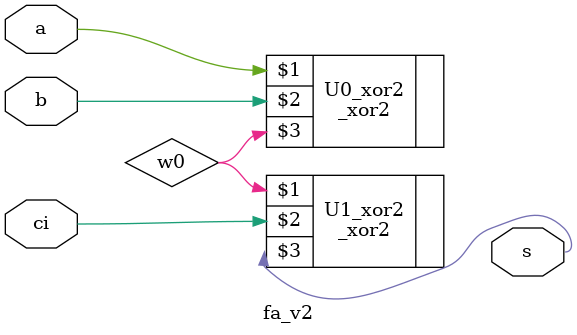
<source format=v>
module fa_v2(
    input a,    // Inputs a
    input b,    // Inputs b
    input ci,   // Inputs carry-in (ci)
    output s    // Sum output (s)
    );
     // Intermediate wire for the first XOR gate
     wire w0;          

     // XOR gate instances
     _xor2 U0_xor2(a, b, w0);
     _xor2 U1_xor2(w0, ci, s);
endmodule

</source>
